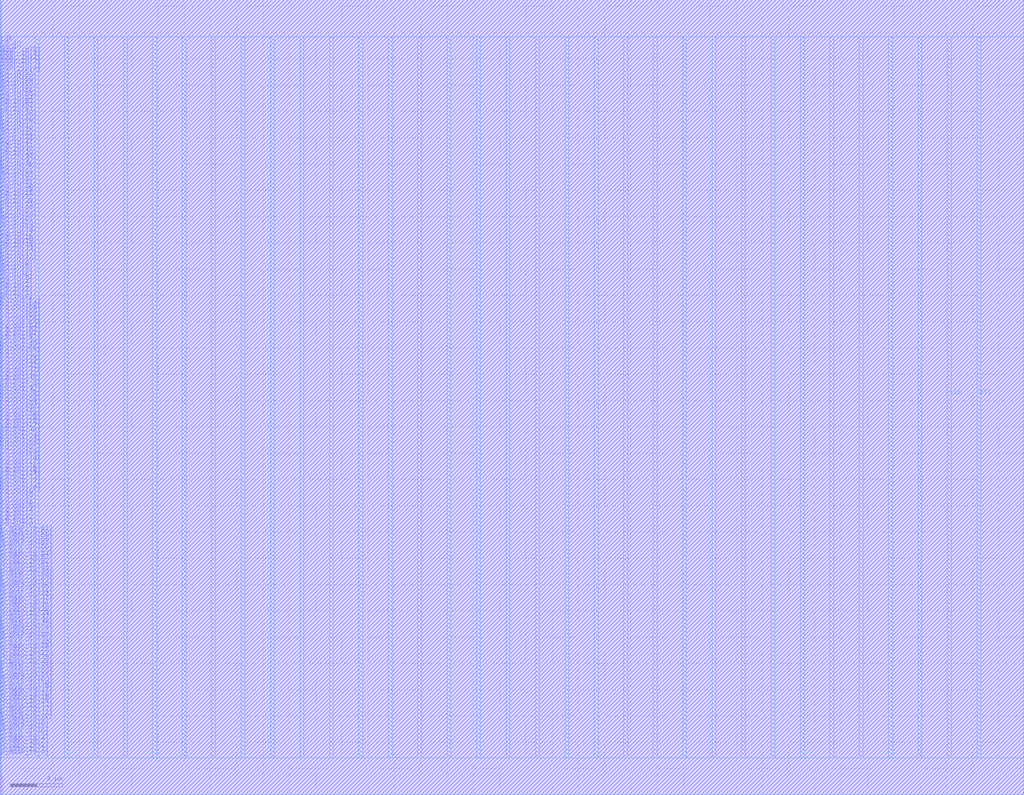
<source format=lef>
VERSION 5.7 ;
BUSBITCHARS "[]" ;
MACRO fakeram45_64x62
  FOREIGN fakeram45_64x62 0 0 ;
  SYMMETRY X Y R90 ;
  SIZE 0.19 BY 1.4 ;
  CLASS BLOCK ;
  PIN w_mask_in[0]
    DIRECTION INPUT ;
    USE SIGNAL ;
    SHAPE ABUTMENT ;
    PORT
      LAYER metal3 ;
      RECT 0.000 2.800 0.070 2.870 ;
    END
  END w_mask_in[0]
  PIN w_mask_in[1]
    DIRECTION INPUT ;
    USE SIGNAL ;
    SHAPE ABUTMENT ;
    PORT
      LAYER metal3 ;
      RECT 0.000 3.080 0.070 3.150 ;
    END
  END w_mask_in[1]
  PIN w_mask_in[2]
    DIRECTION INPUT ;
    USE SIGNAL ;
    SHAPE ABUTMENT ;
    PORT
      LAYER metal3 ;
      RECT 0.000 3.360 0.070 3.430 ;
    END
  END w_mask_in[2]
  PIN w_mask_in[3]
    DIRECTION INPUT ;
    USE SIGNAL ;
    SHAPE ABUTMENT ;
    PORT
      LAYER metal3 ;
      RECT 0.000 3.640 0.070 3.710 ;
    END
  END w_mask_in[3]
  PIN w_mask_in[4]
    DIRECTION INPUT ;
    USE SIGNAL ;
    SHAPE ABUTMENT ;
    PORT
      LAYER metal3 ;
      RECT 0.000 3.920 0.070 3.990 ;
    END
  END w_mask_in[4]
  PIN w_mask_in[5]
    DIRECTION INPUT ;
    USE SIGNAL ;
    SHAPE ABUTMENT ;
    PORT
      LAYER metal3 ;
      RECT 0.000 4.200 0.070 4.270 ;
    END
  END w_mask_in[5]
  PIN w_mask_in[6]
    DIRECTION INPUT ;
    USE SIGNAL ;
    SHAPE ABUTMENT ;
    PORT
      LAYER metal3 ;
      RECT 0.000 4.480 0.070 4.550 ;
    END
  END w_mask_in[6]
  PIN w_mask_in[7]
    DIRECTION INPUT ;
    USE SIGNAL ;
    SHAPE ABUTMENT ;
    PORT
      LAYER metal3 ;
      RECT 0.000 4.760 0.070 4.830 ;
    END
  END w_mask_in[7]
  PIN w_mask_in[8]
    DIRECTION INPUT ;
    USE SIGNAL ;
    SHAPE ABUTMENT ;
    PORT
      LAYER metal3 ;
      RECT 0.000 5.040 0.070 5.110 ;
    END
  END w_mask_in[8]
  PIN w_mask_in[9]
    DIRECTION INPUT ;
    USE SIGNAL ;
    SHAPE ABUTMENT ;
    PORT
      LAYER metal3 ;
      RECT 0.000 5.320 0.070 5.390 ;
    END
  END w_mask_in[9]
  PIN w_mask_in[10]
    DIRECTION INPUT ;
    USE SIGNAL ;
    SHAPE ABUTMENT ;
    PORT
      LAYER metal3 ;
      RECT 0.000 5.600 0.070 5.670 ;
    END
  END w_mask_in[10]
  PIN w_mask_in[11]
    DIRECTION INPUT ;
    USE SIGNAL ;
    SHAPE ABUTMENT ;
    PORT
      LAYER metal3 ;
      RECT 0.000 5.880 0.070 5.950 ;
    END
  END w_mask_in[11]
  PIN w_mask_in[12]
    DIRECTION INPUT ;
    USE SIGNAL ;
    SHAPE ABUTMENT ;
    PORT
      LAYER metal3 ;
      RECT 0.000 6.160 0.070 6.230 ;
    END
  END w_mask_in[12]
  PIN w_mask_in[13]
    DIRECTION INPUT ;
    USE SIGNAL ;
    SHAPE ABUTMENT ;
    PORT
      LAYER metal3 ;
      RECT 0.000 6.440 0.070 6.510 ;
    END
  END w_mask_in[13]
  PIN w_mask_in[14]
    DIRECTION INPUT ;
    USE SIGNAL ;
    SHAPE ABUTMENT ;
    PORT
      LAYER metal3 ;
      RECT 0.000 6.720 0.070 6.790 ;
    END
  END w_mask_in[14]
  PIN w_mask_in[15]
    DIRECTION INPUT ;
    USE SIGNAL ;
    SHAPE ABUTMENT ;
    PORT
      LAYER metal3 ;
      RECT 0.000 7.000 0.070 7.070 ;
    END
  END w_mask_in[15]
  PIN w_mask_in[16]
    DIRECTION INPUT ;
    USE SIGNAL ;
    SHAPE ABUTMENT ;
    PORT
      LAYER metal3 ;
      RECT 0.000 7.280 0.070 7.350 ;
    END
  END w_mask_in[16]
  PIN w_mask_in[17]
    DIRECTION INPUT ;
    USE SIGNAL ;
    SHAPE ABUTMENT ;
    PORT
      LAYER metal3 ;
      RECT 0.000 7.560 0.070 7.630 ;
    END
  END w_mask_in[17]
  PIN w_mask_in[18]
    DIRECTION INPUT ;
    USE SIGNAL ;
    SHAPE ABUTMENT ;
    PORT
      LAYER metal3 ;
      RECT 0.000 7.840 0.070 7.910 ;
    END
  END w_mask_in[18]
  PIN w_mask_in[19]
    DIRECTION INPUT ;
    USE SIGNAL ;
    SHAPE ABUTMENT ;
    PORT
      LAYER metal3 ;
      RECT 0.000 8.120 0.070 8.190 ;
    END
  END w_mask_in[19]
  PIN w_mask_in[20]
    DIRECTION INPUT ;
    USE SIGNAL ;
    SHAPE ABUTMENT ;
    PORT
      LAYER metal3 ;
      RECT 0.000 8.400 0.070 8.470 ;
    END
  END w_mask_in[20]
  PIN w_mask_in[21]
    DIRECTION INPUT ;
    USE SIGNAL ;
    SHAPE ABUTMENT ;
    PORT
      LAYER metal3 ;
      RECT 0.000 8.680 0.070 8.750 ;
    END
  END w_mask_in[21]
  PIN w_mask_in[22]
    DIRECTION INPUT ;
    USE SIGNAL ;
    SHAPE ABUTMENT ;
    PORT
      LAYER metal3 ;
      RECT 0.000 8.960 0.070 9.030 ;
    END
  END w_mask_in[22]
  PIN w_mask_in[23]
    DIRECTION INPUT ;
    USE SIGNAL ;
    SHAPE ABUTMENT ;
    PORT
      LAYER metal3 ;
      RECT 0.000 9.240 0.070 9.310 ;
    END
  END w_mask_in[23]
  PIN w_mask_in[24]
    DIRECTION INPUT ;
    USE SIGNAL ;
    SHAPE ABUTMENT ;
    PORT
      LAYER metal3 ;
      RECT 0.000 9.520 0.070 9.590 ;
    END
  END w_mask_in[24]
  PIN w_mask_in[25]
    DIRECTION INPUT ;
    USE SIGNAL ;
    SHAPE ABUTMENT ;
    PORT
      LAYER metal3 ;
      RECT 0.000 9.800 0.070 9.870 ;
    END
  END w_mask_in[25]
  PIN w_mask_in[26]
    DIRECTION INPUT ;
    USE SIGNAL ;
    SHAPE ABUTMENT ;
    PORT
      LAYER metal3 ;
      RECT 0.000 10.080 0.070 10.150 ;
    END
  END w_mask_in[26]
  PIN w_mask_in[27]
    DIRECTION INPUT ;
    USE SIGNAL ;
    SHAPE ABUTMENT ;
    PORT
      LAYER metal3 ;
      RECT 0.000 10.360 0.070 10.430 ;
    END
  END w_mask_in[27]
  PIN w_mask_in[28]
    DIRECTION INPUT ;
    USE SIGNAL ;
    SHAPE ABUTMENT ;
    PORT
      LAYER metal3 ;
      RECT 0.000 10.640 0.070 10.710 ;
    END
  END w_mask_in[28]
  PIN w_mask_in[29]
    DIRECTION INPUT ;
    USE SIGNAL ;
    SHAPE ABUTMENT ;
    PORT
      LAYER metal3 ;
      RECT 0.000 10.920 0.070 10.990 ;
    END
  END w_mask_in[29]
  PIN w_mask_in[30]
    DIRECTION INPUT ;
    USE SIGNAL ;
    SHAPE ABUTMENT ;
    PORT
      LAYER metal3 ;
      RECT 0.000 11.200 0.070 11.270 ;
    END
  END w_mask_in[30]
  PIN w_mask_in[31]
    DIRECTION INPUT ;
    USE SIGNAL ;
    SHAPE ABUTMENT ;
    PORT
      LAYER metal3 ;
      RECT 0.000 11.480 0.070 11.550 ;
    END
  END w_mask_in[31]
  PIN w_mask_in[32]
    DIRECTION INPUT ;
    USE SIGNAL ;
    SHAPE ABUTMENT ;
    PORT
      LAYER metal3 ;
      RECT 0.000 11.760 0.070 11.830 ;
    END
  END w_mask_in[32]
  PIN w_mask_in[33]
    DIRECTION INPUT ;
    USE SIGNAL ;
    SHAPE ABUTMENT ;
    PORT
      LAYER metal3 ;
      RECT 0.000 12.040 0.070 12.110 ;
    END
  END w_mask_in[33]
  PIN w_mask_in[34]
    DIRECTION INPUT ;
    USE SIGNAL ;
    SHAPE ABUTMENT ;
    PORT
      LAYER metal3 ;
      RECT 0.000 12.320 0.070 12.390 ;
    END
  END w_mask_in[34]
  PIN w_mask_in[35]
    DIRECTION INPUT ;
    USE SIGNAL ;
    SHAPE ABUTMENT ;
    PORT
      LAYER metal3 ;
      RECT 0.000 12.600 0.070 12.670 ;
    END
  END w_mask_in[35]
  PIN w_mask_in[36]
    DIRECTION INPUT ;
    USE SIGNAL ;
    SHAPE ABUTMENT ;
    PORT
      LAYER metal3 ;
      RECT 0.000 12.880 0.070 12.950 ;
    END
  END w_mask_in[36]
  PIN w_mask_in[37]
    DIRECTION INPUT ;
    USE SIGNAL ;
    SHAPE ABUTMENT ;
    PORT
      LAYER metal3 ;
      RECT 0.000 13.160 0.070 13.230 ;
    END
  END w_mask_in[37]
  PIN w_mask_in[38]
    DIRECTION INPUT ;
    USE SIGNAL ;
    SHAPE ABUTMENT ;
    PORT
      LAYER metal3 ;
      RECT 0.000 13.440 0.070 13.510 ;
    END
  END w_mask_in[38]
  PIN w_mask_in[39]
    DIRECTION INPUT ;
    USE SIGNAL ;
    SHAPE ABUTMENT ;
    PORT
      LAYER metal3 ;
      RECT 0.000 13.720 0.070 13.790 ;
    END
  END w_mask_in[39]
  PIN w_mask_in[40]
    DIRECTION INPUT ;
    USE SIGNAL ;
    SHAPE ABUTMENT ;
    PORT
      LAYER metal3 ;
      RECT 0.000 14.000 0.070 14.070 ;
    END
  END w_mask_in[40]
  PIN w_mask_in[41]
    DIRECTION INPUT ;
    USE SIGNAL ;
    SHAPE ABUTMENT ;
    PORT
      LAYER metal3 ;
      RECT 0.000 14.280 0.070 14.350 ;
    END
  END w_mask_in[41]
  PIN w_mask_in[42]
    DIRECTION INPUT ;
    USE SIGNAL ;
    SHAPE ABUTMENT ;
    PORT
      LAYER metal3 ;
      RECT 0.000 14.560 0.070 14.630 ;
    END
  END w_mask_in[42]
  PIN w_mask_in[43]
    DIRECTION INPUT ;
    USE SIGNAL ;
    SHAPE ABUTMENT ;
    PORT
      LAYER metal3 ;
      RECT 0.000 14.840 0.070 14.910 ;
    END
  END w_mask_in[43]
  PIN w_mask_in[44]
    DIRECTION INPUT ;
    USE SIGNAL ;
    SHAPE ABUTMENT ;
    PORT
      LAYER metal3 ;
      RECT 0.000 15.120 0.070 15.190 ;
    END
  END w_mask_in[44]
  PIN w_mask_in[45]
    DIRECTION INPUT ;
    USE SIGNAL ;
    SHAPE ABUTMENT ;
    PORT
      LAYER metal3 ;
      RECT 0.000 15.400 0.070 15.470 ;
    END
  END w_mask_in[45]
  PIN w_mask_in[46]
    DIRECTION INPUT ;
    USE SIGNAL ;
    SHAPE ABUTMENT ;
    PORT
      LAYER metal3 ;
      RECT 0.000 15.680 0.070 15.750 ;
    END
  END w_mask_in[46]
  PIN w_mask_in[47]
    DIRECTION INPUT ;
    USE SIGNAL ;
    SHAPE ABUTMENT ;
    PORT
      LAYER metal3 ;
      RECT 0.000 15.960 0.070 16.030 ;
    END
  END w_mask_in[47]
  PIN w_mask_in[48]
    DIRECTION INPUT ;
    USE SIGNAL ;
    SHAPE ABUTMENT ;
    PORT
      LAYER metal3 ;
      RECT 0.000 16.240 0.070 16.310 ;
    END
  END w_mask_in[48]
  PIN w_mask_in[49]
    DIRECTION INPUT ;
    USE SIGNAL ;
    SHAPE ABUTMENT ;
    PORT
      LAYER metal3 ;
      RECT 0.000 16.520 0.070 16.590 ;
    END
  END w_mask_in[49]
  PIN w_mask_in[50]
    DIRECTION INPUT ;
    USE SIGNAL ;
    SHAPE ABUTMENT ;
    PORT
      LAYER metal3 ;
      RECT 0.000 16.800 0.070 16.870 ;
    END
  END w_mask_in[50]
  PIN w_mask_in[51]
    DIRECTION INPUT ;
    USE SIGNAL ;
    SHAPE ABUTMENT ;
    PORT
      LAYER metal3 ;
      RECT 0.000 17.080 0.070 17.150 ;
    END
  END w_mask_in[51]
  PIN w_mask_in[52]
    DIRECTION INPUT ;
    USE SIGNAL ;
    SHAPE ABUTMENT ;
    PORT
      LAYER metal3 ;
      RECT 0.000 17.360 0.070 17.430 ;
    END
  END w_mask_in[52]
  PIN w_mask_in[53]
    DIRECTION INPUT ;
    USE SIGNAL ;
    SHAPE ABUTMENT ;
    PORT
      LAYER metal3 ;
      RECT 0.000 17.640 0.070 17.710 ;
    END
  END w_mask_in[53]
  PIN w_mask_in[54]
    DIRECTION INPUT ;
    USE SIGNAL ;
    SHAPE ABUTMENT ;
    PORT
      LAYER metal3 ;
      RECT 0.000 17.920 0.070 17.990 ;
    END
  END w_mask_in[54]
  PIN w_mask_in[55]
    DIRECTION INPUT ;
    USE SIGNAL ;
    SHAPE ABUTMENT ;
    PORT
      LAYER metal3 ;
      RECT 0.000 18.200 0.070 18.270 ;
    END
  END w_mask_in[55]
  PIN w_mask_in[56]
    DIRECTION INPUT ;
    USE SIGNAL ;
    SHAPE ABUTMENT ;
    PORT
      LAYER metal3 ;
      RECT 0.000 18.480 0.070 18.550 ;
    END
  END w_mask_in[56]
  PIN w_mask_in[57]
    DIRECTION INPUT ;
    USE SIGNAL ;
    SHAPE ABUTMENT ;
    PORT
      LAYER metal3 ;
      RECT 0.000 18.760 0.070 18.830 ;
    END
  END w_mask_in[57]
  PIN w_mask_in[58]
    DIRECTION INPUT ;
    USE SIGNAL ;
    SHAPE ABUTMENT ;
    PORT
      LAYER metal3 ;
      RECT 0.000 19.040 0.070 19.110 ;
    END
  END w_mask_in[58]
  PIN w_mask_in[59]
    DIRECTION INPUT ;
    USE SIGNAL ;
    SHAPE ABUTMENT ;
    PORT
      LAYER metal3 ;
      RECT 0.000 19.320 0.070 19.390 ;
    END
  END w_mask_in[59]
  PIN w_mask_in[60]
    DIRECTION INPUT ;
    USE SIGNAL ;
    SHAPE ABUTMENT ;
    PORT
      LAYER metal3 ;
      RECT 0.000 19.600 0.070 19.670 ;
    END
  END w_mask_in[60]
  PIN w_mask_in[61]
    DIRECTION INPUT ;
    USE SIGNAL ;
    SHAPE ABUTMENT ;
    PORT
      LAYER metal3 ;
      RECT 0.000 19.880 0.070 19.950 ;
    END
  END w_mask_in[61]
  PIN rd_out[0]
    DIRECTION OUTPUT ;
    USE SIGNAL ;
    SHAPE ABUTMENT ;
    PORT
      LAYER metal3 ;
      RECT 0.000 20.160 0.070 20.230 ;
    END
  END rd_out[0]
  PIN rd_out[1]
    DIRECTION OUTPUT ;
    USE SIGNAL ;
    SHAPE ABUTMENT ;
    PORT
      LAYER metal3 ;
      RECT 0.000 20.440 0.070 20.510 ;
    END
  END rd_out[1]
  PIN rd_out[2]
    DIRECTION OUTPUT ;
    USE SIGNAL ;
    SHAPE ABUTMENT ;
    PORT
      LAYER metal3 ;
      RECT 0.000 20.720 0.070 20.790 ;
    END
  END rd_out[2]
  PIN rd_out[3]
    DIRECTION OUTPUT ;
    USE SIGNAL ;
    SHAPE ABUTMENT ;
    PORT
      LAYER metal3 ;
      RECT 0.000 21.000 0.070 21.070 ;
    END
  END rd_out[3]
  PIN rd_out[4]
    DIRECTION OUTPUT ;
    USE SIGNAL ;
    SHAPE ABUTMENT ;
    PORT
      LAYER metal3 ;
      RECT 0.000 21.280 0.070 21.350 ;
    END
  END rd_out[4]
  PIN rd_out[5]
    DIRECTION OUTPUT ;
    USE SIGNAL ;
    SHAPE ABUTMENT ;
    PORT
      LAYER metal3 ;
      RECT 0.000 21.560 0.070 21.630 ;
    END
  END rd_out[5]
  PIN rd_out[6]
    DIRECTION OUTPUT ;
    USE SIGNAL ;
    SHAPE ABUTMENT ;
    PORT
      LAYER metal3 ;
      RECT 0.000 21.840 0.070 21.910 ;
    END
  END rd_out[6]
  PIN rd_out[7]
    DIRECTION OUTPUT ;
    USE SIGNAL ;
    SHAPE ABUTMENT ;
    PORT
      LAYER metal3 ;
      RECT 0.000 22.120 0.070 22.190 ;
    END
  END rd_out[7]
  PIN rd_out[8]
    DIRECTION OUTPUT ;
    USE SIGNAL ;
    SHAPE ABUTMENT ;
    PORT
      LAYER metal3 ;
      RECT 0.000 22.400 0.070 22.470 ;
    END
  END rd_out[8]
  PIN rd_out[9]
    DIRECTION OUTPUT ;
    USE SIGNAL ;
    SHAPE ABUTMENT ;
    PORT
      LAYER metal3 ;
      RECT 0.000 22.680 0.070 22.750 ;
    END
  END rd_out[9]
  PIN rd_out[10]
    DIRECTION OUTPUT ;
    USE SIGNAL ;
    SHAPE ABUTMENT ;
    PORT
      LAYER metal3 ;
      RECT 0.000 22.960 0.070 23.030 ;
    END
  END rd_out[10]
  PIN rd_out[11]
    DIRECTION OUTPUT ;
    USE SIGNAL ;
    SHAPE ABUTMENT ;
    PORT
      LAYER metal3 ;
      RECT 0.000 23.240 0.070 23.310 ;
    END
  END rd_out[11]
  PIN rd_out[12]
    DIRECTION OUTPUT ;
    USE SIGNAL ;
    SHAPE ABUTMENT ;
    PORT
      LAYER metal3 ;
      RECT 0.000 23.520 0.070 23.590 ;
    END
  END rd_out[12]
  PIN rd_out[13]
    DIRECTION OUTPUT ;
    USE SIGNAL ;
    SHAPE ABUTMENT ;
    PORT
      LAYER metal3 ;
      RECT 0.000 23.800 0.070 23.870 ;
    END
  END rd_out[13]
  PIN rd_out[14]
    DIRECTION OUTPUT ;
    USE SIGNAL ;
    SHAPE ABUTMENT ;
    PORT
      LAYER metal3 ;
      RECT 0.000 24.080 0.070 24.150 ;
    END
  END rd_out[14]
  PIN rd_out[15]
    DIRECTION OUTPUT ;
    USE SIGNAL ;
    SHAPE ABUTMENT ;
    PORT
      LAYER metal3 ;
      RECT 0.000 24.360 0.070 24.430 ;
    END
  END rd_out[15]
  PIN rd_out[16]
    DIRECTION OUTPUT ;
    USE SIGNAL ;
    SHAPE ABUTMENT ;
    PORT
      LAYER metal3 ;
      RECT 0.000 24.640 0.070 24.710 ;
    END
  END rd_out[16]
  PIN rd_out[17]
    DIRECTION OUTPUT ;
    USE SIGNAL ;
    SHAPE ABUTMENT ;
    PORT
      LAYER metal3 ;
      RECT 0.000 24.920 0.070 24.990 ;
    END
  END rd_out[17]
  PIN rd_out[18]
    DIRECTION OUTPUT ;
    USE SIGNAL ;
    SHAPE ABUTMENT ;
    PORT
      LAYER metal3 ;
      RECT 0.000 25.200 0.070 25.270 ;
    END
  END rd_out[18]
  PIN rd_out[19]
    DIRECTION OUTPUT ;
    USE SIGNAL ;
    SHAPE ABUTMENT ;
    PORT
      LAYER metal3 ;
      RECT 0.000 25.480 0.070 25.550 ;
    END
  END rd_out[19]
  PIN rd_out[20]
    DIRECTION OUTPUT ;
    USE SIGNAL ;
    SHAPE ABUTMENT ;
    PORT
      LAYER metal3 ;
      RECT 0.000 25.760 0.070 25.830 ;
    END
  END rd_out[20]
  PIN rd_out[21]
    DIRECTION OUTPUT ;
    USE SIGNAL ;
    SHAPE ABUTMENT ;
    PORT
      LAYER metal3 ;
      RECT 0.000 26.040 0.070 26.110 ;
    END
  END rd_out[21]
  PIN rd_out[22]
    DIRECTION OUTPUT ;
    USE SIGNAL ;
    SHAPE ABUTMENT ;
    PORT
      LAYER metal3 ;
      RECT 0.000 26.320 0.070 26.390 ;
    END
  END rd_out[22]
  PIN rd_out[23]
    DIRECTION OUTPUT ;
    USE SIGNAL ;
    SHAPE ABUTMENT ;
    PORT
      LAYER metal3 ;
      RECT 0.000 26.600 0.070 26.670 ;
    END
  END rd_out[23]
  PIN rd_out[24]
    DIRECTION OUTPUT ;
    USE SIGNAL ;
    SHAPE ABUTMENT ;
    PORT
      LAYER metal3 ;
      RECT 0.000 26.880 0.070 26.950 ;
    END
  END rd_out[24]
  PIN rd_out[25]
    DIRECTION OUTPUT ;
    USE SIGNAL ;
    SHAPE ABUTMENT ;
    PORT
      LAYER metal3 ;
      RECT 0.000 27.160 0.070 27.230 ;
    END
  END rd_out[25]
  PIN rd_out[26]
    DIRECTION OUTPUT ;
    USE SIGNAL ;
    SHAPE ABUTMENT ;
    PORT
      LAYER metal3 ;
      RECT 0.000 27.440 0.070 27.510 ;
    END
  END rd_out[26]
  PIN rd_out[27]
    DIRECTION OUTPUT ;
    USE SIGNAL ;
    SHAPE ABUTMENT ;
    PORT
      LAYER metal3 ;
      RECT 0.000 27.720 0.070 27.790 ;
    END
  END rd_out[27]
  PIN rd_out[28]
    DIRECTION OUTPUT ;
    USE SIGNAL ;
    SHAPE ABUTMENT ;
    PORT
      LAYER metal3 ;
      RECT 0.000 28.000 0.070 28.070 ;
    END
  END rd_out[28]
  PIN rd_out[29]
    DIRECTION OUTPUT ;
    USE SIGNAL ;
    SHAPE ABUTMENT ;
    PORT
      LAYER metal3 ;
      RECT 0.000 28.280 0.070 28.350 ;
    END
  END rd_out[29]
  PIN rd_out[30]
    DIRECTION OUTPUT ;
    USE SIGNAL ;
    SHAPE ABUTMENT ;
    PORT
      LAYER metal3 ;
      RECT 0.000 28.560 0.070 28.630 ;
    END
  END rd_out[30]
  PIN rd_out[31]
    DIRECTION OUTPUT ;
    USE SIGNAL ;
    SHAPE ABUTMENT ;
    PORT
      LAYER metal3 ;
      RECT 0.000 28.840 0.070 28.910 ;
    END
  END rd_out[31]
  PIN rd_out[32]
    DIRECTION OUTPUT ;
    USE SIGNAL ;
    SHAPE ABUTMENT ;
    PORT
      LAYER metal3 ;
      RECT 0.000 29.120 0.070 29.190 ;
    END
  END rd_out[32]
  PIN rd_out[33]
    DIRECTION OUTPUT ;
    USE SIGNAL ;
    SHAPE ABUTMENT ;
    PORT
      LAYER metal3 ;
      RECT 0.000 29.400 0.070 29.470 ;
    END
  END rd_out[33]
  PIN rd_out[34]
    DIRECTION OUTPUT ;
    USE SIGNAL ;
    SHAPE ABUTMENT ;
    PORT
      LAYER metal3 ;
      RECT 0.000 29.680 0.070 29.750 ;
    END
  END rd_out[34]
  PIN rd_out[35]
    DIRECTION OUTPUT ;
    USE SIGNAL ;
    SHAPE ABUTMENT ;
    PORT
      LAYER metal3 ;
      RECT 0.000 29.960 0.070 30.030 ;
    END
  END rd_out[35]
  PIN rd_out[36]
    DIRECTION OUTPUT ;
    USE SIGNAL ;
    SHAPE ABUTMENT ;
    PORT
      LAYER metal3 ;
      RECT 0.000 30.240 0.070 30.310 ;
    END
  END rd_out[36]
  PIN rd_out[37]
    DIRECTION OUTPUT ;
    USE SIGNAL ;
    SHAPE ABUTMENT ;
    PORT
      LAYER metal3 ;
      RECT 0.000 30.520 0.070 30.590 ;
    END
  END rd_out[37]
  PIN rd_out[38]
    DIRECTION OUTPUT ;
    USE SIGNAL ;
    SHAPE ABUTMENT ;
    PORT
      LAYER metal3 ;
      RECT 0.000 30.800 0.070 30.870 ;
    END
  END rd_out[38]
  PIN rd_out[39]
    DIRECTION OUTPUT ;
    USE SIGNAL ;
    SHAPE ABUTMENT ;
    PORT
      LAYER metal3 ;
      RECT 0.000 31.080 0.070 31.150 ;
    END
  END rd_out[39]
  PIN rd_out[40]
    DIRECTION OUTPUT ;
    USE SIGNAL ;
    SHAPE ABUTMENT ;
    PORT
      LAYER metal3 ;
      RECT 0.000 31.360 0.070 31.430 ;
    END
  END rd_out[40]
  PIN rd_out[41]
    DIRECTION OUTPUT ;
    USE SIGNAL ;
    SHAPE ABUTMENT ;
    PORT
      LAYER metal3 ;
      RECT 0.000 31.640 0.070 31.710 ;
    END
  END rd_out[41]
  PIN rd_out[42]
    DIRECTION OUTPUT ;
    USE SIGNAL ;
    SHAPE ABUTMENT ;
    PORT
      LAYER metal3 ;
      RECT 0.000 31.920 0.070 31.990 ;
    END
  END rd_out[42]
  PIN rd_out[43]
    DIRECTION OUTPUT ;
    USE SIGNAL ;
    SHAPE ABUTMENT ;
    PORT
      LAYER metal3 ;
      RECT 0.000 32.200 0.070 32.270 ;
    END
  END rd_out[43]
  PIN rd_out[44]
    DIRECTION OUTPUT ;
    USE SIGNAL ;
    SHAPE ABUTMENT ;
    PORT
      LAYER metal3 ;
      RECT 0.000 32.480 0.070 32.550 ;
    END
  END rd_out[44]
  PIN rd_out[45]
    DIRECTION OUTPUT ;
    USE SIGNAL ;
    SHAPE ABUTMENT ;
    PORT
      LAYER metal3 ;
      RECT 0.000 32.760 0.070 32.830 ;
    END
  END rd_out[45]
  PIN rd_out[46]
    DIRECTION OUTPUT ;
    USE SIGNAL ;
    SHAPE ABUTMENT ;
    PORT
      LAYER metal3 ;
      RECT 0.000 33.040 0.070 33.110 ;
    END
  END rd_out[46]
  PIN rd_out[47]
    DIRECTION OUTPUT ;
    USE SIGNAL ;
    SHAPE ABUTMENT ;
    PORT
      LAYER metal3 ;
      RECT 0.000 33.320 0.070 33.390 ;
    END
  END rd_out[47]
  PIN rd_out[48]
    DIRECTION OUTPUT ;
    USE SIGNAL ;
    SHAPE ABUTMENT ;
    PORT
      LAYER metal3 ;
      RECT 0.000 33.600 0.070 33.670 ;
    END
  END rd_out[48]
  PIN rd_out[49]
    DIRECTION OUTPUT ;
    USE SIGNAL ;
    SHAPE ABUTMENT ;
    PORT
      LAYER metal3 ;
      RECT 0.000 33.880 0.070 33.950 ;
    END
  END rd_out[49]
  PIN rd_out[50]
    DIRECTION OUTPUT ;
    USE SIGNAL ;
    SHAPE ABUTMENT ;
    PORT
      LAYER metal3 ;
      RECT 0.000 34.160 0.070 34.230 ;
    END
  END rd_out[50]
  PIN rd_out[51]
    DIRECTION OUTPUT ;
    USE SIGNAL ;
    SHAPE ABUTMENT ;
    PORT
      LAYER metal3 ;
      RECT 0.000 34.440 0.070 34.510 ;
    END
  END rd_out[51]
  PIN rd_out[52]
    DIRECTION OUTPUT ;
    USE SIGNAL ;
    SHAPE ABUTMENT ;
    PORT
      LAYER metal3 ;
      RECT 0.000 34.720 0.070 34.790 ;
    END
  END rd_out[52]
  PIN rd_out[53]
    DIRECTION OUTPUT ;
    USE SIGNAL ;
    SHAPE ABUTMENT ;
    PORT
      LAYER metal3 ;
      RECT 0.000 35.000 0.070 35.070 ;
    END
  END rd_out[53]
  PIN rd_out[54]
    DIRECTION OUTPUT ;
    USE SIGNAL ;
    SHAPE ABUTMENT ;
    PORT
      LAYER metal3 ;
      RECT 0.000 35.280 0.070 35.350 ;
    END
  END rd_out[54]
  PIN rd_out[55]
    DIRECTION OUTPUT ;
    USE SIGNAL ;
    SHAPE ABUTMENT ;
    PORT
      LAYER metal3 ;
      RECT 0.000 35.560 0.070 35.630 ;
    END
  END rd_out[55]
  PIN rd_out[56]
    DIRECTION OUTPUT ;
    USE SIGNAL ;
    SHAPE ABUTMENT ;
    PORT
      LAYER metal3 ;
      RECT 0.000 35.840 0.070 35.910 ;
    END
  END rd_out[56]
  PIN rd_out[57]
    DIRECTION OUTPUT ;
    USE SIGNAL ;
    SHAPE ABUTMENT ;
    PORT
      LAYER metal3 ;
      RECT 0.000 36.120 0.070 36.190 ;
    END
  END rd_out[57]
  PIN rd_out[58]
    DIRECTION OUTPUT ;
    USE SIGNAL ;
    SHAPE ABUTMENT ;
    PORT
      LAYER metal3 ;
      RECT 0.000 36.400 0.070 36.470 ;
    END
  END rd_out[58]
  PIN rd_out[59]
    DIRECTION OUTPUT ;
    USE SIGNAL ;
    SHAPE ABUTMENT ;
    PORT
      LAYER metal3 ;
      RECT 0.000 36.680 0.070 36.750 ;
    END
  END rd_out[59]
  PIN rd_out[60]
    DIRECTION OUTPUT ;
    USE SIGNAL ;
    SHAPE ABUTMENT ;
    PORT
      LAYER metal3 ;
      RECT 0.000 36.960 0.070 37.030 ;
    END
  END rd_out[60]
  PIN rd_out[61]
    DIRECTION OUTPUT ;
    USE SIGNAL ;
    SHAPE ABUTMENT ;
    PORT
      LAYER metal3 ;
      RECT 0.000 37.240 0.070 37.310 ;
    END
  END rd_out[61]
  PIN wd_in[0]
    DIRECTION INPUT ;
    USE SIGNAL ;
    SHAPE ABUTMENT ;
    PORT
      LAYER metal3 ;
      RECT 0.000 37.520 0.070 37.590 ;
    END
  END wd_in[0]
  PIN wd_in[1]
    DIRECTION INPUT ;
    USE SIGNAL ;
    SHAPE ABUTMENT ;
    PORT
      LAYER metal3 ;
      RECT 0.000 37.800 0.070 37.870 ;
    END
  END wd_in[1]
  PIN wd_in[2]
    DIRECTION INPUT ;
    USE SIGNAL ;
    SHAPE ABUTMENT ;
    PORT
      LAYER metal3 ;
      RECT 0.000 38.080 0.070 38.150 ;
    END
  END wd_in[2]
  PIN wd_in[3]
    DIRECTION INPUT ;
    USE SIGNAL ;
    SHAPE ABUTMENT ;
    PORT
      LAYER metal3 ;
      RECT 0.000 38.360 0.070 38.430 ;
    END
  END wd_in[3]
  PIN wd_in[4]
    DIRECTION INPUT ;
    USE SIGNAL ;
    SHAPE ABUTMENT ;
    PORT
      LAYER metal3 ;
      RECT 0.000 38.640 0.070 38.710 ;
    END
  END wd_in[4]
  PIN wd_in[5]
    DIRECTION INPUT ;
    USE SIGNAL ;
    SHAPE ABUTMENT ;
    PORT
      LAYER metal3 ;
      RECT 0.000 38.920 0.070 38.990 ;
    END
  END wd_in[5]
  PIN wd_in[6]
    DIRECTION INPUT ;
    USE SIGNAL ;
    SHAPE ABUTMENT ;
    PORT
      LAYER metal3 ;
      RECT 0.000 39.200 0.070 39.270 ;
    END
  END wd_in[6]
  PIN wd_in[7]
    DIRECTION INPUT ;
    USE SIGNAL ;
    SHAPE ABUTMENT ;
    PORT
      LAYER metal3 ;
      RECT 0.000 39.480 0.070 39.550 ;
    END
  END wd_in[7]
  PIN wd_in[8]
    DIRECTION INPUT ;
    USE SIGNAL ;
    SHAPE ABUTMENT ;
    PORT
      LAYER metal3 ;
      RECT 0.000 39.760 0.070 39.830 ;
    END
  END wd_in[8]
  PIN wd_in[9]
    DIRECTION INPUT ;
    USE SIGNAL ;
    SHAPE ABUTMENT ;
    PORT
      LAYER metal3 ;
      RECT 0.000 40.040 0.070 40.110 ;
    END
  END wd_in[9]
  PIN wd_in[10]
    DIRECTION INPUT ;
    USE SIGNAL ;
    SHAPE ABUTMENT ;
    PORT
      LAYER metal3 ;
      RECT 0.000 40.320 0.070 40.390 ;
    END
  END wd_in[10]
  PIN wd_in[11]
    DIRECTION INPUT ;
    USE SIGNAL ;
    SHAPE ABUTMENT ;
    PORT
      LAYER metal3 ;
      RECT 0.000 40.600 0.070 40.670 ;
    END
  END wd_in[11]
  PIN wd_in[12]
    DIRECTION INPUT ;
    USE SIGNAL ;
    SHAPE ABUTMENT ;
    PORT
      LAYER metal3 ;
      RECT 0.000 40.880 0.070 40.950 ;
    END
  END wd_in[12]
  PIN wd_in[13]
    DIRECTION INPUT ;
    USE SIGNAL ;
    SHAPE ABUTMENT ;
    PORT
      LAYER metal3 ;
      RECT 0.000 41.160 0.070 41.230 ;
    END
  END wd_in[13]
  PIN wd_in[14]
    DIRECTION INPUT ;
    USE SIGNAL ;
    SHAPE ABUTMENT ;
    PORT
      LAYER metal3 ;
      RECT 0.000 41.440 0.070 41.510 ;
    END
  END wd_in[14]
  PIN wd_in[15]
    DIRECTION INPUT ;
    USE SIGNAL ;
    SHAPE ABUTMENT ;
    PORT
      LAYER metal3 ;
      RECT 0.000 41.720 0.070 41.790 ;
    END
  END wd_in[15]
  PIN wd_in[16]
    DIRECTION INPUT ;
    USE SIGNAL ;
    SHAPE ABUTMENT ;
    PORT
      LAYER metal3 ;
      RECT 0.000 42.000 0.070 42.070 ;
    END
  END wd_in[16]
  PIN wd_in[17]
    DIRECTION INPUT ;
    USE SIGNAL ;
    SHAPE ABUTMENT ;
    PORT
      LAYER metal3 ;
      RECT 0.000 42.280 0.070 42.350 ;
    END
  END wd_in[17]
  PIN wd_in[18]
    DIRECTION INPUT ;
    USE SIGNAL ;
    SHAPE ABUTMENT ;
    PORT
      LAYER metal3 ;
      RECT 0.000 42.560 0.070 42.630 ;
    END
  END wd_in[18]
  PIN wd_in[19]
    DIRECTION INPUT ;
    USE SIGNAL ;
    SHAPE ABUTMENT ;
    PORT
      LAYER metal3 ;
      RECT 0.000 42.840 0.070 42.910 ;
    END
  END wd_in[19]
  PIN wd_in[20]
    DIRECTION INPUT ;
    USE SIGNAL ;
    SHAPE ABUTMENT ;
    PORT
      LAYER metal3 ;
      RECT 0.000 43.120 0.070 43.190 ;
    END
  END wd_in[20]
  PIN wd_in[21]
    DIRECTION INPUT ;
    USE SIGNAL ;
    SHAPE ABUTMENT ;
    PORT
      LAYER metal3 ;
      RECT 0.000 43.400 0.070 43.470 ;
    END
  END wd_in[21]
  PIN wd_in[22]
    DIRECTION INPUT ;
    USE SIGNAL ;
    SHAPE ABUTMENT ;
    PORT
      LAYER metal3 ;
      RECT 0.000 43.680 0.070 43.750 ;
    END
  END wd_in[22]
  PIN wd_in[23]
    DIRECTION INPUT ;
    USE SIGNAL ;
    SHAPE ABUTMENT ;
    PORT
      LAYER metal3 ;
      RECT 0.000 43.960 0.070 44.030 ;
    END
  END wd_in[23]
  PIN wd_in[24]
    DIRECTION INPUT ;
    USE SIGNAL ;
    SHAPE ABUTMENT ;
    PORT
      LAYER metal3 ;
      RECT 0.000 44.240 0.070 44.310 ;
    END
  END wd_in[24]
  PIN wd_in[25]
    DIRECTION INPUT ;
    USE SIGNAL ;
    SHAPE ABUTMENT ;
    PORT
      LAYER metal3 ;
      RECT 0.000 44.520 0.070 44.590 ;
    END
  END wd_in[25]
  PIN wd_in[26]
    DIRECTION INPUT ;
    USE SIGNAL ;
    SHAPE ABUTMENT ;
    PORT
      LAYER metal3 ;
      RECT 0.000 44.800 0.070 44.870 ;
    END
  END wd_in[26]
  PIN wd_in[27]
    DIRECTION INPUT ;
    USE SIGNAL ;
    SHAPE ABUTMENT ;
    PORT
      LAYER metal3 ;
      RECT 0.000 45.080 0.070 45.150 ;
    END
  END wd_in[27]
  PIN wd_in[28]
    DIRECTION INPUT ;
    USE SIGNAL ;
    SHAPE ABUTMENT ;
    PORT
      LAYER metal3 ;
      RECT 0.000 45.360 0.070 45.430 ;
    END
  END wd_in[28]
  PIN wd_in[29]
    DIRECTION INPUT ;
    USE SIGNAL ;
    SHAPE ABUTMENT ;
    PORT
      LAYER metal3 ;
      RECT 0.000 45.640 0.070 45.710 ;
    END
  END wd_in[29]
  PIN wd_in[30]
    DIRECTION INPUT ;
    USE SIGNAL ;
    SHAPE ABUTMENT ;
    PORT
      LAYER metal3 ;
      RECT 0.000 45.920 0.070 45.990 ;
    END
  END wd_in[30]
  PIN wd_in[31]
    DIRECTION INPUT ;
    USE SIGNAL ;
    SHAPE ABUTMENT ;
    PORT
      LAYER metal3 ;
      RECT 0.000 46.200 0.070 46.270 ;
    END
  END wd_in[31]
  PIN wd_in[32]
    DIRECTION INPUT ;
    USE SIGNAL ;
    SHAPE ABUTMENT ;
    PORT
      LAYER metal3 ;
      RECT 0.000 46.480 0.070 46.550 ;
    END
  END wd_in[32]
  PIN wd_in[33]
    DIRECTION INPUT ;
    USE SIGNAL ;
    SHAPE ABUTMENT ;
    PORT
      LAYER metal3 ;
      RECT 0.000 46.760 0.070 46.830 ;
    END
  END wd_in[33]
  PIN wd_in[34]
    DIRECTION INPUT ;
    USE SIGNAL ;
    SHAPE ABUTMENT ;
    PORT
      LAYER metal3 ;
      RECT 0.000 47.040 0.070 47.110 ;
    END
  END wd_in[34]
  PIN wd_in[35]
    DIRECTION INPUT ;
    USE SIGNAL ;
    SHAPE ABUTMENT ;
    PORT
      LAYER metal3 ;
      RECT 0.000 47.320 0.070 47.390 ;
    END
  END wd_in[35]
  PIN wd_in[36]
    DIRECTION INPUT ;
    USE SIGNAL ;
    SHAPE ABUTMENT ;
    PORT
      LAYER metal3 ;
      RECT 0.000 47.600 0.070 47.670 ;
    END
  END wd_in[36]
  PIN wd_in[37]
    DIRECTION INPUT ;
    USE SIGNAL ;
    SHAPE ABUTMENT ;
    PORT
      LAYER metal3 ;
      RECT 0.000 47.880 0.070 47.950 ;
    END
  END wd_in[37]
  PIN wd_in[38]
    DIRECTION INPUT ;
    USE SIGNAL ;
    SHAPE ABUTMENT ;
    PORT
      LAYER metal3 ;
      RECT 0.000 48.160 0.070 48.230 ;
    END
  END wd_in[38]
  PIN wd_in[39]
    DIRECTION INPUT ;
    USE SIGNAL ;
    SHAPE ABUTMENT ;
    PORT
      LAYER metal3 ;
      RECT 0.000 48.440 0.070 48.510 ;
    END
  END wd_in[39]
  PIN wd_in[40]
    DIRECTION INPUT ;
    USE SIGNAL ;
    SHAPE ABUTMENT ;
    PORT
      LAYER metal3 ;
      RECT 0.000 48.720 0.070 48.790 ;
    END
  END wd_in[40]
  PIN wd_in[41]
    DIRECTION INPUT ;
    USE SIGNAL ;
    SHAPE ABUTMENT ;
    PORT
      LAYER metal3 ;
      RECT 0.000 49.000 0.070 49.070 ;
    END
  END wd_in[41]
  PIN wd_in[42]
    DIRECTION INPUT ;
    USE SIGNAL ;
    SHAPE ABUTMENT ;
    PORT
      LAYER metal3 ;
      RECT 0.000 49.280 0.070 49.350 ;
    END
  END wd_in[42]
  PIN wd_in[43]
    DIRECTION INPUT ;
    USE SIGNAL ;
    SHAPE ABUTMENT ;
    PORT
      LAYER metal3 ;
      RECT 0.000 49.560 0.070 49.630 ;
    END
  END wd_in[43]
  PIN wd_in[44]
    DIRECTION INPUT ;
    USE SIGNAL ;
    SHAPE ABUTMENT ;
    PORT
      LAYER metal3 ;
      RECT 0.000 49.840 0.070 49.910 ;
    END
  END wd_in[44]
  PIN wd_in[45]
    DIRECTION INPUT ;
    USE SIGNAL ;
    SHAPE ABUTMENT ;
    PORT
      LAYER metal3 ;
      RECT 0.000 50.120 0.070 50.190 ;
    END
  END wd_in[45]
  PIN wd_in[46]
    DIRECTION INPUT ;
    USE SIGNAL ;
    SHAPE ABUTMENT ;
    PORT
      LAYER metal3 ;
      RECT 0.000 50.400 0.070 50.470 ;
    END
  END wd_in[46]
  PIN wd_in[47]
    DIRECTION INPUT ;
    USE SIGNAL ;
    SHAPE ABUTMENT ;
    PORT
      LAYER metal3 ;
      RECT 0.000 50.680 0.070 50.750 ;
    END
  END wd_in[47]
  PIN wd_in[48]
    DIRECTION INPUT ;
    USE SIGNAL ;
    SHAPE ABUTMENT ;
    PORT
      LAYER metal3 ;
      RECT 0.000 50.960 0.070 51.030 ;
    END
  END wd_in[48]
  PIN wd_in[49]
    DIRECTION INPUT ;
    USE SIGNAL ;
    SHAPE ABUTMENT ;
    PORT
      LAYER metal3 ;
      RECT 0.000 51.240 0.070 51.310 ;
    END
  END wd_in[49]
  PIN wd_in[50]
    DIRECTION INPUT ;
    USE SIGNAL ;
    SHAPE ABUTMENT ;
    PORT
      LAYER metal3 ;
      RECT 0.000 51.520 0.070 51.590 ;
    END
  END wd_in[50]
  PIN wd_in[51]
    DIRECTION INPUT ;
    USE SIGNAL ;
    SHAPE ABUTMENT ;
    PORT
      LAYER metal3 ;
      RECT 0.000 51.800 0.070 51.870 ;
    END
  END wd_in[51]
  PIN wd_in[52]
    DIRECTION INPUT ;
    USE SIGNAL ;
    SHAPE ABUTMENT ;
    PORT
      LAYER metal3 ;
      RECT 0.000 52.080 0.070 52.150 ;
    END
  END wd_in[52]
  PIN wd_in[53]
    DIRECTION INPUT ;
    USE SIGNAL ;
    SHAPE ABUTMENT ;
    PORT
      LAYER metal3 ;
      RECT 0.000 52.360 0.070 52.430 ;
    END
  END wd_in[53]
  PIN wd_in[54]
    DIRECTION INPUT ;
    USE SIGNAL ;
    SHAPE ABUTMENT ;
    PORT
      LAYER metal3 ;
      RECT 0.000 52.640 0.070 52.710 ;
    END
  END wd_in[54]
  PIN wd_in[55]
    DIRECTION INPUT ;
    USE SIGNAL ;
    SHAPE ABUTMENT ;
    PORT
      LAYER metal3 ;
      RECT 0.000 52.920 0.070 52.990 ;
    END
  END wd_in[55]
  PIN wd_in[56]
    DIRECTION INPUT ;
    USE SIGNAL ;
    SHAPE ABUTMENT ;
    PORT
      LAYER metal3 ;
      RECT 0.000 53.200 0.070 53.270 ;
    END
  END wd_in[56]
  PIN wd_in[57]
    DIRECTION INPUT ;
    USE SIGNAL ;
    SHAPE ABUTMENT ;
    PORT
      LAYER metal3 ;
      RECT 0.000 53.480 0.070 53.550 ;
    END
  END wd_in[57]
  PIN wd_in[58]
    DIRECTION INPUT ;
    USE SIGNAL ;
    SHAPE ABUTMENT ;
    PORT
      LAYER metal3 ;
      RECT 0.000 53.760 0.070 53.830 ;
    END
  END wd_in[58]
  PIN wd_in[59]
    DIRECTION INPUT ;
    USE SIGNAL ;
    SHAPE ABUTMENT ;
    PORT
      LAYER metal3 ;
      RECT 0.000 54.040 0.070 54.110 ;
    END
  END wd_in[59]
  PIN wd_in[60]
    DIRECTION INPUT ;
    USE SIGNAL ;
    SHAPE ABUTMENT ;
    PORT
      LAYER metal3 ;
      RECT 0.000 54.320 0.070 54.390 ;
    END
  END wd_in[60]
  PIN wd_in[61]
    DIRECTION INPUT ;
    USE SIGNAL ;
    SHAPE ABUTMENT ;
    PORT
      LAYER metal3 ;
      RECT 0.000 54.600 0.070 54.670 ;
    END
  END wd_in[61]
  PIN addr_in[0]
    DIRECTION INPUT ;
    USE SIGNAL ;
    SHAPE ABUTMENT ;
    PORT
      LAYER metal3 ;
      RECT 0.000 54.880 0.070 54.950 ;
    END
  END addr_in[0]
  PIN addr_in[1]
    DIRECTION INPUT ;
    USE SIGNAL ;
    SHAPE ABUTMENT ;
    PORT
      LAYER metal3 ;
      RECT 0.000 55.160 0.070 55.230 ;
    END
  END addr_in[1]
  PIN addr_in[2]
    DIRECTION INPUT ;
    USE SIGNAL ;
    SHAPE ABUTMENT ;
    PORT
      LAYER metal3 ;
      RECT 0.000 55.440 0.070 55.510 ;
    END
  END addr_in[2]
  PIN addr_in[3]
    DIRECTION INPUT ;
    USE SIGNAL ;
    SHAPE ABUTMENT ;
    PORT
      LAYER metal3 ;
      RECT 0.000 55.720 0.070 55.790 ;
    END
  END addr_in[3]
  PIN addr_in[4]
    DIRECTION INPUT ;
    USE SIGNAL ;
    SHAPE ABUTMENT ;
    PORT
      LAYER metal3 ;
      RECT 0.000 56.000 0.070 56.070 ;
    END
  END addr_in[4]
  PIN addr_in[5]
    DIRECTION INPUT ;
    USE SIGNAL ;
    SHAPE ABUTMENT ;
    PORT
      LAYER metal3 ;
      RECT 0.000 56.280 0.070 56.350 ;
    END
  END addr_in[5]
  PIN we_in
    DIRECTION INPUT ;
    USE SIGNAL ;
    SHAPE ABUTMENT ;
    PORT
      LAYER metal3 ;
      RECT 0.000 56.560 0.070 56.630 ;
    END
  END we_in
  PIN ce_in
    DIRECTION INPUT ;
    USE SIGNAL ;
    SHAPE ABUTMENT ;
    PORT
      LAYER metal3 ;
      RECT 0.000 56.840 0.070 56.910 ;
    END
  END ce_in
  PIN clk
    DIRECTION INPUT ;
    USE SIGNAL ;
    SHAPE ABUTMENT ;
    PORT
      LAYER metal3 ;
      RECT 0.000 57.120 0.070 57.190 ;
    END
  END clk
  PIN VSS
    DIRECTION INOUT ;
    USE GROUND ;
    PORT
      LAYER metal4 ;
      RECT 2.660 2.800 2.940 57.700 ;
      RECT 7.140 2.800 7.420 57.700 ;
      RECT 11.620 2.800 11.900 57.700 ;
      RECT 16.100 2.800 16.380 57.700 ;
      RECT 20.580 2.800 20.860 57.700 ;
      RECT 25.060 2.800 25.340 57.700 ;
      RECT 29.540 2.800 29.820 57.700 ;
      RECT 34.020 2.800 34.300 57.700 ;
      RECT 38.500 2.800 38.780 57.700 ;
      RECT 42.980 2.800 43.260 57.700 ;
      RECT 47.460 2.800 47.740 57.700 ;
      RECT 51.940 2.800 52.220 57.700 ;
      RECT 56.420 2.800 56.700 57.700 ;
      RECT 60.900 2.800 61.180 57.700 ;
      RECT 65.380 2.800 65.660 57.700 ;
      RECT 69.860 2.800 70.140 57.700 ;
      RECT 74.340 2.800 74.620 57.700 ;
    END
  END VSS
  PIN VDD
    DIRECTION INOUT ;
    USE POWER ;
    PORT
      LAYER metal4 ;
      RECT 4.900 2.800 5.180 57.700 ;
      RECT 9.380 2.800 9.660 57.700 ;
      RECT 13.860 2.800 14.140 57.700 ;
      RECT 18.340 2.800 18.620 57.700 ;
      RECT 22.820 2.800 23.100 57.700 ;
      RECT 27.300 2.800 27.580 57.700 ;
      RECT 31.780 2.800 32.060 57.700 ;
      RECT 36.260 2.800 36.540 57.700 ;
      RECT 40.740 2.800 41.020 57.700 ;
      RECT 45.220 2.800 45.500 57.700 ;
      RECT 49.700 2.800 49.980 57.700 ;
      RECT 54.180 2.800 54.460 57.700 ;
      RECT 58.660 2.800 58.940 57.700 ;
      RECT 63.140 2.800 63.420 57.700 ;
      RECT 67.620 2.800 67.900 57.700 ;
      RECT 72.100 2.800 72.380 57.700 ;
    END
  END VDD
  OBS
    LAYER metal1 ;
    RECT 0 0 77.900 60.500 ;
    LAYER metal2 ;
    RECT 0 0 77.900 60.500 ;
    LAYER metal3 ;
    RECT 0.070 0 77.900 60.500 ;
    RECT 0 0.000 0.070 2.800 ;
    RECT 0 2.870 0.070 3.080 ;
    RECT 0 3.150 0.070 3.360 ;
    RECT 0 3.430 0.070 3.640 ;
    RECT 0 3.710 0.070 3.920 ;
    RECT 0 3.990 0.070 4.200 ;
    RECT 0 4.270 0.070 4.480 ;
    RECT 0 4.550 0.070 4.760 ;
    RECT 0 4.830 0.070 5.040 ;
    RECT 0 5.110 0.070 5.320 ;
    RECT 0 5.390 0.070 5.600 ;
    RECT 0 5.670 0.070 5.880 ;
    RECT 0 5.950 0.070 6.160 ;
    RECT 0 6.230 0.070 6.440 ;
    RECT 0 6.510 0.070 6.720 ;
    RECT 0 6.790 0.070 7.000 ;
    RECT 0 7.070 0.070 7.280 ;
    RECT 0 7.350 0.070 7.560 ;
    RECT 0 7.630 0.070 7.840 ;
    RECT 0 7.910 0.070 8.120 ;
    RECT 0 8.190 0.070 8.400 ;
    RECT 0 8.470 0.070 8.680 ;
    RECT 0 8.750 0.070 8.960 ;
    RECT 0 9.030 0.070 9.240 ;
    RECT 0 9.310 0.070 9.520 ;
    RECT 0 9.590 0.070 9.800 ;
    RECT 0 9.870 0.070 10.080 ;
    RECT 0 10.150 0.070 10.360 ;
    RECT 0 10.430 0.070 10.640 ;
    RECT 0 10.710 0.070 10.920 ;
    RECT 0 10.990 0.070 11.200 ;
    RECT 0 11.270 0.070 11.480 ;
    RECT 0 11.550 0.070 11.760 ;
    RECT 0 11.830 0.070 12.040 ;
    RECT 0 12.110 0.070 12.320 ;
    RECT 0 12.390 0.070 12.600 ;
    RECT 0 12.670 0.070 12.880 ;
    RECT 0 12.950 0.070 13.160 ;
    RECT 0 13.230 0.070 13.440 ;
    RECT 0 13.510 0.070 13.720 ;
    RECT 0 13.790 0.070 14.000 ;
    RECT 0 14.070 0.070 14.280 ;
    RECT 0 14.350 0.070 14.560 ;
    RECT 0 14.630 0.070 14.840 ;
    RECT 0 14.910 0.070 15.120 ;
    RECT 0 15.190 0.070 15.400 ;
    RECT 0 15.470 0.070 15.680 ;
    RECT 0 15.750 0.070 15.960 ;
    RECT 0 16.030 0.070 16.240 ;
    RECT 0 16.310 0.070 16.520 ;
    RECT 0 16.590 0.070 16.800 ;
    RECT 0 16.870 0.070 17.080 ;
    RECT 0 17.150 0.070 17.360 ;
    RECT 0 17.430 0.070 17.640 ;
    RECT 0 17.710 0.070 17.920 ;
    RECT 0 17.990 0.070 18.200 ;
    RECT 0 18.270 0.070 18.480 ;
    RECT 0 18.550 0.070 18.760 ;
    RECT 0 18.830 0.070 19.040 ;
    RECT 0 19.110 0.070 19.320 ;
    RECT 0 19.390 0.070 19.600 ;
    RECT 0 19.670 0.070 19.880 ;
    RECT 0 19.950 0.070 20.160 ;
    RECT 0 20.230 0.070 20.440 ;
    RECT 0 20.510 0.070 20.720 ;
    RECT 0 20.790 0.070 21.000 ;
    RECT 0 21.070 0.070 21.280 ;
    RECT 0 21.350 0.070 21.560 ;
    RECT 0 21.630 0.070 21.840 ;
    RECT 0 21.910 0.070 22.120 ;
    RECT 0 22.190 0.070 22.400 ;
    RECT 0 22.470 0.070 22.680 ;
    RECT 0 22.750 0.070 22.960 ;
    RECT 0 23.030 0.070 23.240 ;
    RECT 0 23.310 0.070 23.520 ;
    RECT 0 23.590 0.070 23.800 ;
    RECT 0 23.870 0.070 24.080 ;
    RECT 0 24.150 0.070 24.360 ;
    RECT 0 24.430 0.070 24.640 ;
    RECT 0 24.710 0.070 24.920 ;
    RECT 0 24.990 0.070 25.200 ;
    RECT 0 25.270 0.070 25.480 ;
    RECT 0 25.550 0.070 25.760 ;
    RECT 0 25.830 0.070 26.040 ;
    RECT 0 26.110 0.070 26.320 ;
    RECT 0 26.390 0.070 26.600 ;
    RECT 0 26.670 0.070 26.880 ;
    RECT 0 26.950 0.070 27.160 ;
    RECT 0 27.230 0.070 27.440 ;
    RECT 0 27.510 0.070 27.720 ;
    RECT 0 27.790 0.070 28.000 ;
    RECT 0 28.070 0.070 28.280 ;
    RECT 0 28.350 0.070 28.560 ;
    RECT 0 28.630 0.070 28.840 ;
    RECT 0 28.910 0.070 29.120 ;
    RECT 0 29.190 0.070 29.400 ;
    RECT 0 29.470 0.070 29.680 ;
    RECT 0 29.750 0.070 29.960 ;
    RECT 0 30.030 0.070 30.240 ;
    RECT 0 30.310 0.070 30.520 ;
    RECT 0 30.590 0.070 30.800 ;
    RECT 0 30.870 0.070 31.080 ;
    RECT 0 31.150 0.070 31.360 ;
    RECT 0 31.430 0.070 31.640 ;
    RECT 0 31.710 0.070 31.920 ;
    RECT 0 31.990 0.070 32.200 ;
    RECT 0 32.270 0.070 32.480 ;
    RECT 0 32.550 0.070 32.760 ;
    RECT 0 32.830 0.070 33.040 ;
    RECT 0 33.110 0.070 33.320 ;
    RECT 0 33.390 0.070 33.600 ;
    RECT 0 33.670 0.070 33.880 ;
    RECT 0 33.950 0.070 34.160 ;
    RECT 0 34.230 0.070 34.440 ;
    RECT 0 34.510 0.070 34.720 ;
    RECT 0 34.790 0.070 35.000 ;
    RECT 0 35.070 0.070 35.280 ;
    RECT 0 35.350 0.070 35.560 ;
    RECT 0 35.630 0.070 35.840 ;
    RECT 0 35.910 0.070 36.120 ;
    RECT 0 36.190 0.070 36.400 ;
    RECT 0 36.470 0.070 36.680 ;
    RECT 0 36.750 0.070 36.960 ;
    RECT 0 37.030 0.070 37.240 ;
    RECT 0 37.310 0.070 37.520 ;
    RECT 0 37.590 0.070 37.800 ;
    RECT 0 37.870 0.070 38.080 ;
    RECT 0 38.150 0.070 38.360 ;
    RECT 0 38.430 0.070 38.640 ;
    RECT 0 38.710 0.070 38.920 ;
    RECT 0 38.990 0.070 39.200 ;
    RECT 0 39.270 0.070 39.480 ;
    RECT 0 39.550 0.070 39.760 ;
    RECT 0 39.830 0.070 40.040 ;
    RECT 0 40.110 0.070 40.320 ;
    RECT 0 40.390 0.070 40.600 ;
    RECT 0 40.670 0.070 40.880 ;
    RECT 0 40.950 0.070 41.160 ;
    RECT 0 41.230 0.070 41.440 ;
    RECT 0 41.510 0.070 41.720 ;
    RECT 0 41.790 0.070 42.000 ;
    RECT 0 42.070 0.070 42.280 ;
    RECT 0 42.350 0.070 42.560 ;
    RECT 0 42.630 0.070 42.840 ;
    RECT 0 42.910 0.070 43.120 ;
    RECT 0 43.190 0.070 43.400 ;
    RECT 0 43.470 0.070 43.680 ;
    RECT 0 43.750 0.070 43.960 ;
    RECT 0 44.030 0.070 44.240 ;
    RECT 0 44.310 0.070 44.520 ;
    RECT 0 44.590 0.070 44.800 ;
    RECT 0 44.870 0.070 45.080 ;
    RECT 0 45.150 0.070 45.360 ;
    RECT 0 45.430 0.070 45.640 ;
    RECT 0 45.710 0.070 45.920 ;
    RECT 0 45.990 0.070 46.200 ;
    RECT 0 46.270 0.070 46.480 ;
    RECT 0 46.550 0.070 46.760 ;
    RECT 0 46.830 0.070 47.040 ;
    RECT 0 47.110 0.070 47.320 ;
    RECT 0 47.390 0.070 47.600 ;
    RECT 0 47.670 0.070 47.880 ;
    RECT 0 47.950 0.070 48.160 ;
    RECT 0 48.230 0.070 48.440 ;
    RECT 0 48.510 0.070 48.720 ;
    RECT 0 48.790 0.070 49.000 ;
    RECT 0 49.070 0.070 49.280 ;
    RECT 0 49.350 0.070 49.560 ;
    RECT 0 49.630 0.070 49.840 ;
    RECT 0 49.910 0.070 50.120 ;
    RECT 0 50.190 0.070 50.400 ;
    RECT 0 50.470 0.070 50.680 ;
    RECT 0 50.750 0.070 50.960 ;
    RECT 0 51.030 0.070 51.240 ;
    RECT 0 51.310 0.070 51.520 ;
    RECT 0 51.590 0.070 51.800 ;
    RECT 0 51.870 0.070 52.080 ;
    RECT 0 52.150 0.070 52.360 ;
    RECT 0 52.430 0.070 52.640 ;
    RECT 0 52.710 0.070 52.920 ;
    RECT 0 52.990 0.070 53.200 ;
    RECT 0 53.270 0.070 53.480 ;
    RECT 0 53.550 0.070 53.760 ;
    RECT 0 53.830 0.070 54.040 ;
    RECT 0 54.110 0.070 54.320 ;
    RECT 0 54.390 0.070 54.600 ;
    RECT 0 54.670 0.070 54.880 ;
    RECT 0 54.950 0.070 55.160 ;
    RECT 0 55.230 0.070 55.440 ;
    RECT 0 55.510 0.070 55.720 ;
    RECT 0 55.790 0.070 56.000 ;
    RECT 0 56.070 0.070 56.280 ;
    RECT 0 56.350 0.070 56.560 ;
    RECT 0 56.630 0.070 56.840 ;
    RECT 0 56.910 0.070 57.120 ;
    RECT 0 57.190 0.070 60.500 ;
    LAYER metal4 ;
    RECT 0 0 77.900 2.800 ;
    RECT 0 57.700 77.900 60.500 ;
    RECT 0.000 2.800 2.660 57.700 ;
    RECT 2.940 2.800 4.900 57.700 ;
    RECT 5.180 2.800 7.140 57.700 ;
    RECT 7.420 2.800 9.380 57.700 ;
    RECT 9.660 2.800 11.620 57.700 ;
    RECT 11.900 2.800 13.860 57.700 ;
    RECT 14.140 2.800 16.100 57.700 ;
    RECT 16.380 2.800 18.340 57.700 ;
    RECT 18.620 2.800 20.580 57.700 ;
    RECT 20.860 2.800 22.820 57.700 ;
    RECT 23.100 2.800 25.060 57.700 ;
    RECT 25.340 2.800 27.300 57.700 ;
    RECT 27.580 2.800 29.540 57.700 ;
    RECT 29.820 2.800 31.780 57.700 ;
    RECT 32.060 2.800 34.020 57.700 ;
    RECT 34.300 2.800 36.260 57.700 ;
    RECT 36.540 2.800 38.500 57.700 ;
    RECT 38.780 2.800 40.740 57.700 ;
    RECT 41.020 2.800 42.980 57.700 ;
    RECT 43.260 2.800 45.220 57.700 ;
    RECT 45.500 2.800 47.460 57.700 ;
    RECT 47.740 2.800 49.700 57.700 ;
    RECT 49.980 2.800 51.940 57.700 ;
    RECT 52.220 2.800 54.180 57.700 ;
    RECT 54.460 2.800 56.420 57.700 ;
    RECT 56.700 2.800 58.660 57.700 ;
    RECT 58.940 2.800 60.900 57.700 ;
    RECT 61.180 2.800 63.140 57.700 ;
    RECT 63.420 2.800 65.380 57.700 ;
    RECT 65.660 2.800 67.620 57.700 ;
    RECT 67.900 2.800 69.860 57.700 ;
    RECT 70.140 2.800 72.100 57.700 ;
    RECT 72.380 2.800 74.340 57.700 ;
    RECT 74.620 2.800 77.900 57.700 ;
  END
END fakeram45_64x62

END LIBRARY

</source>
